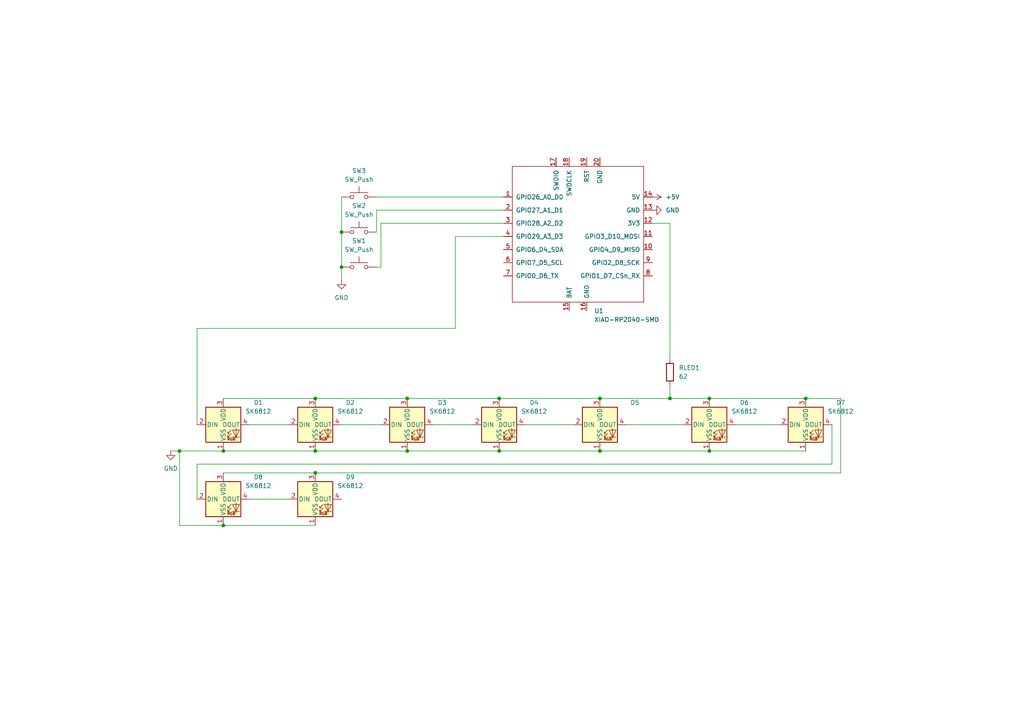
<source format=kicad_sch>
(kicad_sch (version 20250114) (generator "eeschema") (generator_version "9.0")
  (paper "A4")
  (title_block (title "btwArch") (date "2025-06-25") (company "Leon Huber") (comment 1 "Schematic"))
  (lib_symbols
    (symbol "Device:R" (pin_numbers (hide yes)) (pin_names (offset 0))
      (property "Reference" "R" (at 2.032 0 90))
      (property "Value" "R" (at 0 0 90))
      (symbol "R_0_1"
        (rectangle (start -1.016 -2.54) (end 1.016 2.54) (stroke (width 0.254)))
      )
      (symbol "R_1_1"
        (pin passive line (at 0 3.81 270) (length 1.27) (name "~") (number "1"))
        (pin passive line (at 0 -3.81 90) (length 1.27) (name "~") (number "2"))
      )
    )
    (symbol "LED:SK6812" (pin_names (offset 0.254))
      (property "Reference" "D" (at 5.08 5.715 0))
      (property "Value" "SK6812" (at 1.27 -5.715 0))
      (symbol "SK6812_0_0"
        (text "RGB" (at 2.286 -4.191 0) (effects (font (size 0.762 0.762))))
      )
      (symbol "SK6812_0_1"
        (polyline (pts (xy 1.27 -2.54) (xy 1.778 -2.54)))
        (polyline (pts (xy 1.27 -3.556) (xy 1.778 -3.556)))
        (polyline (pts (xy 2.286 -1.524) (xy 1.27 -2.54) (xy 1.27 -2.032)))
        (polyline (pts (xy 2.286 -2.54) (xy 1.27 -3.556) (xy 1.27 -3.048)))
        (polyline (pts (xy 3.683 -1.016) (xy 3.683 -3.556) (xy 3.683 -4.064)))
        (polyline (pts (xy 4.699 -1.524) (xy 2.667 -1.524) (xy 3.683 -3.556) (xy 4.699 -1.524)))
        (polyline (pts (xy 4.699 -3.556) (xy 2.667 -3.556)))
        (rectangle (start 5.08 5.08) (end -5.08 -5.08) (stroke (width 0.254)) (fill (type background)))
      )
      (symbol "SK6812_1_1"
        (pin input line (at -7.62 0 0) (length 2.54) (name "DIN") (number "2"))
        (pin power_in line (at 0 7.62 270) (length 2.54) (name "VDD") (number "3"))
        (pin power_in line (at 0 -7.62 90) (length 2.54) (name "VSS") (number "1"))
        (pin output line (at 7.62 0 180) (length 2.54) (name "DOUT") (number "4"))
      )
    )
    (symbol "OPL:XIAO-RP2040-SMD" (pin_names (offset 1.016))
      (property "Reference" "U" (at -18.542 23.114 0))
      (property "Value" "XIAO-RP2040-SMD" (at -8.382 21.336 0))
      (symbol "XIAO-RP2040-SMD_0_1"
        (rectangle (start 19.05 -19.05) (end -19.05 20.32))
      )
      (symbol "XIAO-RP2040-SMD_1_1"
        (pin passive line (at -21.59 11.43 0) (length 2.54) (name "GPIO26_A0_D0") (number "1"))
        (pin passive line (at -21.59 7.62 0) (length 2.54) (name "GPIO27_A1_D1") (number "2"))
        (pin passive line (at -21.59 3.81 0) (length 2.54) (name "GPIO28_A2_D2") (number "3"))
        (pin passive line (at -21.59 0 0) (length 2.54) (name "GPIO29_A3_D3") (number "4"))
        (pin passive line (at -21.59 -3.81 0) (length 2.54) (name "GPIO6_D4_SDA") (number "5"))
        (pin passive line (at -21.59 -7.62 0) (length 2.54) (name "GPIO7_D5_SCL") (number "6"))
        (pin passive line (at -21.59 -11.43 0) (length 2.54) (name "GPIO0_D6_TX") (number "7"))
        (pin passive line (at -6.35 22.86 270) (length 2.54) (name "SWDIO") (number "17"))
        (pin passive line (at -2.54 22.86 270) (length 2.54) (name "SWDCLK") (number "18"))
        (pin passive line (at -2.54 -21.59 90) (length 2.54) (name "BAT") (number "15"))
        (pin passive line (at 2.54 22.86 270) (length 2.54) (name "RST") (number "19"))
        (pin passive line (at 2.54 -21.59 90) (length 2.54) (name "GND") (number "16"))
        (pin passive line (at 6.35 22.86 270) (length 2.54) (name "GND") (number "20"))
        (pin passive line (at 21.59 11.43 180) (length 2.54) (name "5V") (number "14"))
        (pin passive line (at 21.59 7.62 180) (length 2.54) (name "GND") (number "13"))
        (pin passive line (at 21.59 3.81 180) (length 2.54) (name "3V3") (number "12"))
        (pin passive line (at 21.59 0 180) (length 2.54) (name "GPIO3_D10_MOSI") (number "11"))
        (pin passive line (at 21.59 -3.81 180) (length 2.54) (name "GPIO4_D9_MISO") (number "10"))
        (pin passive line (at 21.59 -7.62 180) (length 2.54) (name "GPIO2_D8_SCK") (number "9"))
        (pin passive line (at 21.59 -11.43 180) (length 2.54) (name "GPIO1_D7_CSn_RX") (number "8"))
      )
    )
    (symbol "Switch:SW_Push" (pin_numbers (hide yes)) (pin_names (offset 1.016) (hide yes))
      (property "Reference" "SW" (at 1.27 2.54 0))
      (property "Value" "SW_Push" (at 0 -1.524 0))
      (symbol "SW_Push_0_1"
        (circle (center -2.032 0) (radius 0.508))
        (polyline (pts (xy 0 1.27) (xy 0 3.048)))
        (circle (center 2.032 0) (radius 0.508))
        (polyline (pts (xy 2.54 1.27) (xy -2.54 1.27)))
        (pin passive line (at -5.08 0 0) (length 2.54) (name "1") (number "1"))
        (pin passive line (at 5.08 0 180) (length 2.54) (name "2") (number "2"))
      )
    )
    (symbol "power:+5V" (power) (pin_numbers (hide yes)) (pin_names (offset 0) (hide yes))
      (property "Value" "+5V" (at 0 3.556 0))
      (symbol "+5V_0_1"
        (polyline (pts (xy -0.762 1.27) (xy 0 2.54)))
        (polyline (pts (xy 0 2.54) (xy 0.762 1.27)))
        (polyline (pts (xy 0 0) (xy 0 2.54)))
      )
      (symbol "+5V_1_1"
        (pin power_in line (at 0 0 90) (length 0) (name "~") (number "1"))
      )
    )
    (symbol "power:GND" (power) (pin_numbers (hide yes)) (pin_names (offset 0) (hide yes))
      (property "Value" "GND" (at 0 -3.81 0))
      (symbol "GND_0_1"
        (polyline (pts (xy 0 0) (xy 0 -1.27) (xy 1.27 -1.27) (xy 0 -2.54) (xy -1.27 -1.27) (xy 0 -1.27)))
      )
      (symbol "GND_1_1"
        (pin power_in line (at 0 0 270) (length 0) (name "~") (number "1"))
      )
    )
  )
  (junction (at 173.99 115.57))
  (junction (at 173.99 130.81))
  (junction (at 144.78 115.57))
  (junction (at 64.77 130.81))
  (junction (at 91.44 115.57))
  (junction (at 205.74 115.57))
  (junction (at 144.78 130.81))
  (junction (at 91.44 137.16))
  (junction (at 52.07 130.81))
  (junction (at 233.68 115.57))
  (junction (at 64.77 152.4))
  (junction (at 205.74 130.81))
  (junction (at 99.06 67.31))
  (junction (at 194.31 115.57))
  (junction (at 91.44 130.81))
  (junction (at 118.11 115.57))
  (junction (at 118.11 130.81))
  (junction (at 99.06 77.47))
  (wire (pts (xy 194.31 64.77) (xy 194.31 104.14)))
  (wire (pts (xy 194.31 111.76) (xy 194.31 115.57)))
  (wire (pts (xy 146.05 60.96) (xy 109.22 60.96)))
  (wire (pts (xy 146.05 64.77) (xy 110.49 64.77)))
  (wire (pts (xy 241.3 134.62) (xy 57.15 134.62)))
  (wire (pts (xy 118.11 130.81) (xy 144.78 130.81)))
  (wire (pts (xy 181.61 123.19) (xy 198.12 123.19)))
  (wire (pts (xy 110.49 77.47) (xy 109.22 77.47)))
  (wire (pts (xy 64.77 152.4) (xy 91.44 152.4)))
  (wire (pts (xy 57.15 95.25) (xy 132.08 95.25)))
  (wire (pts (xy 109.22 60.96) (xy 109.22 67.31)))
  (wire (pts (xy 83.82 144.78) (xy 72.39 144.78)))
  (wire (pts (xy 132.08 68.58) (xy 146.05 68.58)))
  (wire (pts (xy 233.68 115.57) (xy 205.74 115.57)))
  (wire (pts (xy 99.06 123.19) (xy 110.49 123.19)))
  (wire (pts (xy 91.44 130.81) (xy 118.11 130.81)))
  (wire (pts (xy 49.53 130.81) (xy 52.07 130.81)))
  (wire (pts (xy 52.07 152.4) (xy 64.77 152.4)))
  (wire (pts (xy 173.99 115.57) (xy 144.78 115.57)))
  (wire (pts (xy 52.07 130.81) (xy 64.77 130.81)))
  (wire (pts (xy 144.78 130.81) (xy 173.99 130.81)))
  (wire (pts (xy 83.82 123.19) (xy 72.39 123.19)))
  (wire (pts (xy 173.99 115.57) (xy 194.31 115.57)))
  (wire (pts (xy 57.15 134.62) (xy 57.15 144.78)))
  (wire (pts (xy 243.84 115.57) (xy 233.68 115.57)))
  (wire (pts (xy 173.99 130.81) (xy 205.74 130.81)))
  (wire (pts (xy 64.77 137.16) (xy 91.44 137.16)))
  (wire (pts (xy 99.06 57.15) (xy 99.06 67.31)))
  (wire (pts (xy 243.84 137.16) (xy 243.84 115.57)))
  (wire (pts (xy 109.22 57.15) (xy 146.05 57.15)))
  (wire (pts (xy 99.06 77.47) (xy 99.06 81.28)))
  (wire (pts (xy 189.23 64.77) (xy 194.31 64.77)))
  (wire (pts (xy 64.77 130.81) (xy 91.44 130.81)))
  (wire (pts (xy 57.15 123.19) (xy 57.15 95.25)))
  (wire (pts (xy 205.74 130.81) (xy 233.68 130.81)))
  (wire (pts (xy 91.44 115.57) (xy 64.77 115.57)))
  (wire (pts (xy 213.36 123.19) (xy 226.06 123.19)))
  (wire (pts (xy 132.08 95.25) (xy 132.08 68.58)))
  (wire (pts (xy 144.78 115.57) (xy 118.11 115.57)))
  (wire (pts (xy 52.07 130.81) (xy 52.07 152.4)))
  (wire (pts (xy 99.06 67.31) (xy 99.06 77.47)))
  (wire (pts (xy 241.3 123.19) (xy 241.3 134.62)))
  (wire (pts (xy 118.11 115.57) (xy 91.44 115.57)))
  (wire (pts (xy 194.31 115.57) (xy 205.74 115.57)))
  (wire (pts (xy 110.49 64.77) (xy 110.49 77.47)))
  (wire (pts (xy 152.4 123.19) (xy 166.37 123.19)))
  (wire (pts (xy 91.44 137.16) (xy 243.84 137.16)))
  (wire (pts (xy 125.73 123.19) (xy 137.16 123.19)))
  (symbol (lib_id "Switch:SW_Push") (at 104.14 57.15 0) (unit 1)
    (property "Reference" "SW3" (at 104.14 49.53 0))
    (property "Value" "SW_Push" (at 104.14 52.07 0))
    (property "Footprint" "Button_Switch_Keyboard:SW_Cherry_MX_1.00u_PCB" (effects (hide yes)))
    (property "Description" "Push button switch, generic, two pins" (effects (hide yes)))
  )
  (symbol (lib_id "LED:SK6812") (at 64.77 123.19 0) (unit 1)
    (property "Reference" "D1" (at 74.93 116.7698 0))
    (property "Value" "SK6812" (at 74.93 119.3098 0))
    (property "Footprint" "LED_SMD:LED_SK6812_PLCC4_5.0x5.0mm_P3.2mm" (effects (hide yes)))
    (property "Datasheet" "https://cdn-shop.adafruit.com/product-files/1138/SK6812+LED+datasheet+.pdf" (effects (hide yes)))
    (property "Description" "RGB LED with integrated controller" (effects (hide yes)))
  )
  (symbol (lib_id "Switch:SW_Push") (at 104.14 77.47 0) (unit 1)
    (property "Reference" "SW1" (at 104.14 69.85 0))
    (property "Value" "SW_Push" (at 104.14 72.39 0))
    (property "Footprint" "Button_Switch_Keyboard:SW_Cherry_MX_1.00u_PCB" (effects (hide yes)))
    (property "Description" "Push button switch, generic, two pins" (effects (hide yes)))
  )
  (symbol (lib_id "LED:SK6812") (at 64.77 144.78 0) (unit 1)
    (property "Reference" "D8" (at 74.93 138.3598 0))
    (property "Value" "SK6812" (at 74.93 140.8998 0))
    (property "Footprint" "LED_SMD:LED_SK6812_PLCC4_5.0x5.0mm_P3.2mm" (effects (hide yes)))
    (property "Datasheet" "https://cdn-shop.adafruit.com/product-files/1138/SK6812+LED+datasheet+.pdf" (effects (hide yes)))
    (property "Description" "RGB LED with integrated controller" (effects (hide yes)))
  )
  (symbol (lib_id "LED:SK6812") (at 144.78 123.19 0) (unit 1)
    (property "Reference" "D4" (at 154.94 116.7698 0))
    (property "Value" "SK6812" (at 154.94 119.3098 0))
    (property "Footprint" "LED_SMD:LED_SK6812_PLCC4_5.0x5.0mm_P3.2mm" (effects (hide yes)))
    (property "Datasheet" "https://cdn-shop.adafruit.com/product-files/1138/SK6812+LED+datasheet+.pdf" (effects (hide yes)))
    (property "Description" "RGB LED with integrated controller" (effects (hide yes)))
  )
  (symbol (lib_id "power:GND") (at 189.23 60.96 90) (unit 1)
    (property "Reference" "#PWR04" (effects (hide yes)))
    (property "Value" "GND" (at 193.04 60.9599 90) (effects (justify right)))
    (property "Description" "Power symbol creates a global label with name \"GND\" , ground" (effects (hide yes)))
  )
  (symbol (lib_id "Device:R") (at 194.31 107.95 0) (unit 1)
    (property "Reference" "RLED1" (at 196.85 106.6799 0) (effects (justify left)))
    (property "Value" "62" (at 196.85 109.2199 0) (effects (justify left)))
    (property "Footprint" "Resistor_SMD:R_0603_1608Metric" (effects (hide yes)))
    (property "Description" "Resistor" (effects (hide yes)))
  )
  (symbol (lib_id "LED:SK6812") (at 233.68 123.19 0) (unit 1)
    (property "Reference" "D7" (at 243.84 116.7698 0))
    (property "Value" "SK6812" (at 243.84 119.3098 0))
    (property "Footprint" "LED_SMD:LED_SK6812_PLCC4_5.0x5.0mm_P3.2mm" (effects (hide yes)))
    (property "Datasheet" "https://cdn-shop.adafruit.com/product-files/1138/SK6812+LED+datasheet+.pdf" (effects (hide yes)))
    (property "Description" "RGB LED with integrated controller" (effects (hide yes)))
  )
  (symbol (lib_id "LED:SK6812") (at 173.99 123.19 0) (unit 1)
    (property "Reference" "D5" (at 184.15 116.7698 0))
    (property "Value" "SK6812" (effects (hide yes)))
    (property "Footprint" "LED_SMD:LED_SK6812_PLCC4_5.0x5.0mm_P3.2mm" (effects (hide yes)))
    (property "Datasheet" "https://cdn-shop.adafruit.com/product-files/1138/SK6812+LED+datasheet+.pdf" (effects (hide yes)))
    (property "Description" "RGB LED with integrated controller" (effects (hide yes)))
  )
  (symbol (lib_id "LED:SK6812") (at 91.44 123.19 0) (unit 1)
    (property "Reference" "D2" (at 101.6 116.7698 0))
    (property "Value" "SK6812" (at 101.6 119.3098 0))
    (property "Footprint" "LED_SMD:LED_SK6812_PLCC4_5.0x5.0mm_P3.2mm" (effects (hide yes)))
    (property "Datasheet" "https://cdn-shop.adafruit.com/product-files/1138/SK6812+LED+datasheet+.pdf" (effects (hide yes)))
    (property "Description" "RGB LED with integrated controller" (effects (hide yes)))
  )
  (symbol (lib_id "OPL:XIAO-RP2040-SMD") (at 167.64 68.58 0) (unit 1)
    (property "Reference" "U1" (at 172.3233 90.17 0) (effects (justify left)))
    (property "Value" "XIAO-RP2040-SMD" (at 172.3233 92.71 0) (effects (justify left)))
    (property "Footprint" "OPL:XIAO-RP2040-SMD" (effects (hide yes)))
  )
  (symbol (lib_id "Switch:SW_Push") (at 104.14 67.31 0) (unit 1)
    (property "Reference" "SW2" (at 104.14 59.69 0))
    (property "Value" "SW_Push" (at 104.14 62.23 0))
    (property "Footprint" "Button_Switch_Keyboard:SW_Cherry_MX_1.00u_PCB" (effects (hide yes)))
    (property "Description" "Push button switch, generic, two pins" (effects (hide yes)))
  )
  (symbol (lib_id "power:GND") (at 49.53 130.81 0) (unit 1)
    (property "Reference" "#PWR02" (effects (hide yes)))
    (property "Value" "GND" (at 49.53 135.89 0))
    (property "Description" "Power symbol creates a global label with name \"GND\" , ground" (effects (hide yes)))
  )
  (symbol (lib_id "LED:SK6812") (at 91.44 144.78 0) (unit 1)
    (property "Reference" "D9" (at 101.6 138.3598 0))
    (property "Value" "SK6812" (at 101.6 140.8998 0))
    (property "Footprint" "LED_SMD:LED_SK6812_PLCC4_5.0x5.0mm_P3.2mm" (effects (hide yes)))
    (property "Datasheet" "https://cdn-shop.adafruit.com/product-files/1138/SK6812+LED+datasheet+.pdf" (effects (hide yes)))
    (property "Description" "RGB LED with integrated controller" (effects (hide yes)))
  )
  (symbol (lib_id "power:GND") (at 99.06 81.28 0) (unit 1)
    (property "Reference" "#PWR05" (effects (hide yes)))
    (property "Value" "GND" (at 99.06 86.36 0))
    (property "Description" "Power symbol creates a global label with name \"GND\" , ground" (effects (hide yes)))
  )
  (symbol (lib_id "power:+5V") (at 189.23 57.15 270) (unit 1)
    (property "Reference" "#PWR03" (effects (hide yes)))
    (property "Value" "+5V" (at 193.04 57.1499 90) (effects (justify left)))
    (property "Description" "Power symbol creates a global label with name \"+5V\"" (effects (hide yes)))
  )
  (symbol (lib_id "LED:SK6812") (at 118.11 123.19 0) (unit 1)
    (property "Reference" "D3" (at 128.27 116.7698 0))
    (property "Value" "SK6812" (at 128.27 119.3098 0))
    (property "Footprint" "LED_SMD:LED_SK6812_PLCC4_5.0x5.0mm_P3.2mm" (effects (hide yes)))
    (property "Datasheet" "https://cdn-shop.adafruit.com/product-files/1138/SK6812+LED+datasheet+.pdf" (effects (hide yes)))
    (property "Description" "RGB LED with integrated controller" (effects (hide yes)))
  )
  (symbol (lib_id "LED:SK6812") (at 205.74 123.19 0) (unit 1)
    (property "Reference" "D6" (at 215.9 116.7698 0))
    (property "Value" "SK6812" (at 215.9 119.3098 0))
    (property "Footprint" "LED_SMD:LED_SK6812_PLCC4_5.0x5.0mm_P3.2mm" (effects (hide yes)))
    (property "Datasheet" "https://cdn-shop.adafruit.com/product-files/1138/SK6812+LED+datasheet+.pdf" (effects (hide yes)))
    (property "Description" "RGB LED with integrated controller" (effects (hide yes)))
  )
)
</source>
